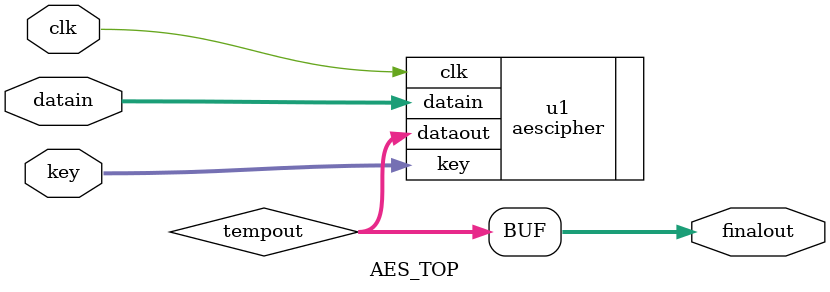
<source format=v>
`timescale 1ns / 1ps

module AES_TOP(clk,datain,key,finalout);
    input clk;
    input [127:0] datain,key;
    output [127:0] finalout;

wire [127:0] tempout;

aescipher u1(.clk(clk),.datain(datain),.key(key),.dataout(tempout));

assign finalout = tempout[127:0];

endmodule

</source>
